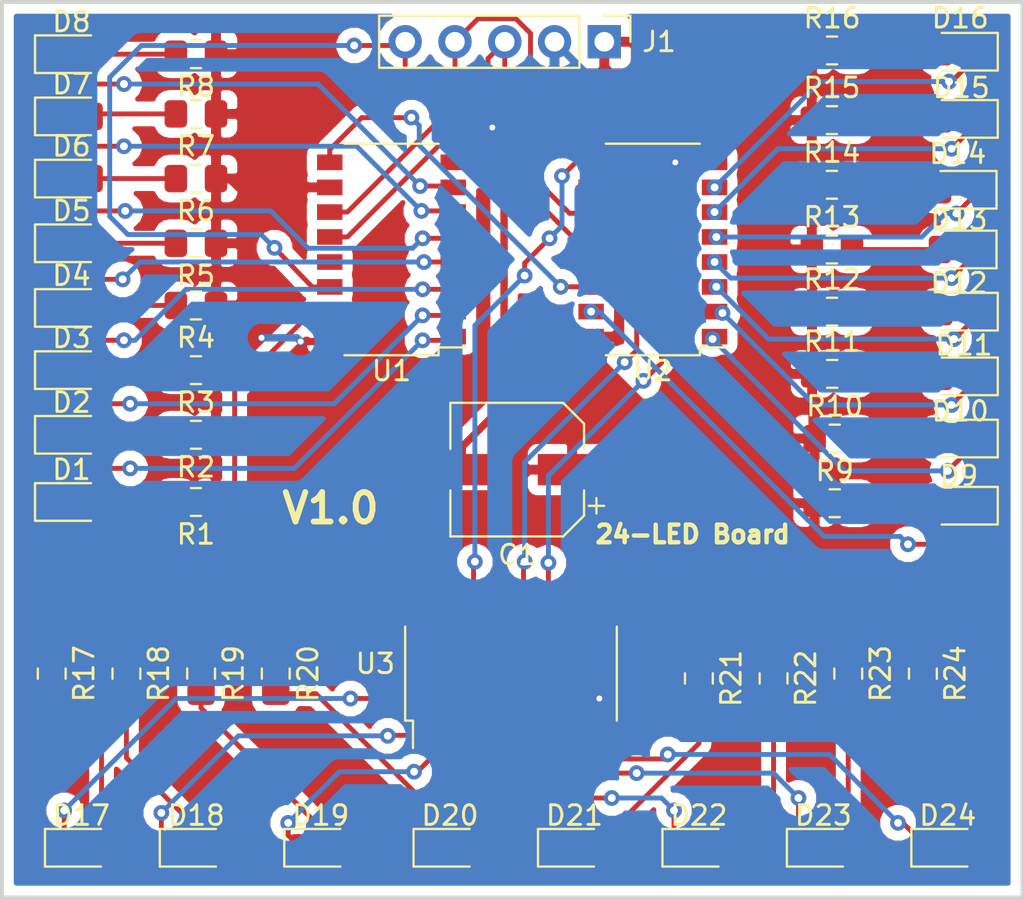
<source format=kicad_pcb>
(kicad_pcb (version 20171130) (host pcbnew "(5.0.1-3-g963ef8bb5)")
  (title_block (date 2018-11-28) (rev 1.0) (comment 1 "Sayanee Basu"))
  (layers (0 F.Cu signal) (31 B.Cu signal) (34 B.Paste user) (35 F.Paste user) (36 B.SilkS user) (37 F.SilkS user) (38 B.Mask user) (39 F.Mask user) (44 Edge.Cuts user))
  (net 0 "")
  (net 1 VCC)
  (net 2 GND)
  (net 3 "Net-(D1-Pad2)")
  (net 4 /led_1_1)
  (net 5 /led_1_2)
  (net 6 "Net-(D2-Pad2)")
  (net 7 "Net-(D3-Pad2)")
  (net 8 /led_1_3)
  (net 9 /led_1_4)
  (net 10 "Net-(D4-Pad2)")
  (net 11 "Net-(D5-Pad2)")
  (net 12 /led_1_5)
  (net 13 /led_1_6)
  (net 14 "Net-(D6-Pad2)")
  (net 15 "Net-(D7-Pad2)")
  (net 16 /led_1_7)
  (net 17 /led_1_8)
  (net 18 "Net-(D8-Pad2)")
  (net 19 /led_2_1)
  (net 20 "Net-(D9-Pad2)")
  (net 21 "Net-(D10-Pad2)")
  (net 22 /led_2_2)
  (net 23 /led_2_3)
  (net 24 "Net-(D11-Pad2)")
  (net 25 "Net-(D12-Pad2)")
  (net 26 /led_2_4)
  (net 27 /led_2_5)
  (net 28 "Net-(D13-Pad2)")
  (net 29 "Net-(D14-Pad2)")
  (net 30 /led_2_6)
  (net 31 /led_2_7)
  (net 32 "Net-(D15-Pad2)")
  (net 33 "Net-(D16-Pad2)")
  (net 34 /led_2_8)
  (net 35 /LATCH)
  (net 36 /CLOCK)
  (net 37 /DATA)
  (net 38 "Net-(U1-Pad13)")
  (net 39 /DATA_S)
  (net 40 "Net-(U2-Pad13)")
  (net 41 "/KED Bank 3/led_3_1")
  (net 42 "Net-(D17-Pad2)")
  (net 43 "Net-(D18-Pad2)")
  (net 44 "/KED Bank 3/led_3_2")
  (net 45 "/KED Bank 3/led_3_3")
  (net 46 "Net-(D19-Pad2)")
  (net 47 "Net-(D20-Pad2)")
  (net 48 "/KED Bank 3/led_3_4")
  (net 49 "/KED Bank 3/led_3_5")
  (net 50 "Net-(D21-Pad2)")
  (net 51 "Net-(D22-Pad2)")
  (net 52 "/KED Bank 3/led_3_6")
  (net 53 "/KED Bank 3/led_3_7")
  (net 54 "Net-(D23-Pad2)")
  (net 55 "Net-(D24-Pad2)")
  (net 56 "/KED Bank 3/led_3_8")
  (net 57 "/KED Bank 3/DATA_H")
  (net 58 "Net-(U3-Pad9)")
  (net 59 "Net-(U3-Pad13)")
  (module Capacitor_SMD:CP_Elec_6.3x5.3 (layer F.Cu) (at 89.789 106.426 180)
    (fp_text reference C1 (at 0 -4.35 180) (layer F.SilkS))
    (fp_text value 200uF)
    (pad 1 smd rect (at -2.8 0 180) (size 3.5 1.6) (layers F.Cu F.Paste F.Mask) (net 1 VCC))
    (pad 2 smd rect (at 2.8 0 180) (size 3.5 1.6) (layers F.Cu F.Paste F.Mask) (net 2 GND))
  )
  (module LED_SMD:LED_0805_2012Metric_Pad1.15x1.40mm_HandSolder (layer F.Cu) (at 67.047 108.077)
    (fp_text reference D1 (at 0 -1.65) (layer F.SilkS))
    (fp_text value LED)
    (pad 2 smd roundrect (at 1.025 0) (size 1.15 1.4) (layers F.Cu F.Paste F.Mask) (roundrect_rratio 0.217391) (net 3 "Net-(D1-Pad2)"))
    (pad 1 smd roundrect (at -1.025 0) (size 1.15 1.4) (layers F.Cu F.Paste F.Mask) (roundrect_rratio 0.217391) (net 4 /led_1_1))
  )
  (module LED_SMD:LED_0805_2012Metric_Pad1.15x1.40mm_HandSolder (layer F.Cu) (at 67.047 104.648)
    (fp_text reference D2 (at 0 -1.65) (layer F.SilkS))
    (fp_text value LED)
    (pad 1 smd roundrect (at -1.025 0) (size 1.15 1.4) (layers F.Cu F.Paste F.Mask) (roundrect_rratio 0.217391) (net 5 /led_1_2))
    (pad 2 smd roundrect (at 1.025 0) (size 1.15 1.4) (layers F.Cu F.Paste F.Mask) (roundrect_rratio 0.217391) (net 6 "Net-(D2-Pad2)"))
  )
  (module LED_SMD:LED_0805_2012Metric_Pad1.15x1.40mm_HandSolder (layer F.Cu) (at 67.047 101.346)
    (fp_text reference D3 (at 0 -1.65) (layer F.SilkS))
    (fp_text value LED)
    (pad 2 smd roundrect (at 1.025 0) (size 1.15 1.4) (layers F.Cu F.Paste F.Mask) (roundrect_rratio 0.217391) (net 7 "Net-(D3-Pad2)"))
    (pad 1 smd roundrect (at -1.025 0) (size 1.15 1.4) (layers F.Cu F.Paste F.Mask) (roundrect_rratio 0.217391) (net 8 /led_1_3))
  )
  (module LED_SMD:LED_0805_2012Metric_Pad1.15x1.40mm_HandSolder (layer F.Cu) (at 67.047 98.171)
    (fp_text reference D4 (at 0 -1.65) (layer F.SilkS))
    (fp_text value LED)
    (pad 1 smd roundrect (at -1.025 0) (size 1.15 1.4) (layers F.Cu F.Paste F.Mask) (roundrect_rratio 0.217391) (net 9 /led_1_4))
    (pad 2 smd roundrect (at 1.025 0) (size 1.15 1.4) (layers F.Cu F.Paste F.Mask) (roundrect_rratio 0.217391) (net 10 "Net-(D4-Pad2)"))
  )
  (module LED_SMD:LED_0805_2012Metric_Pad1.15x1.40mm_HandSolder (layer F.Cu) (at 67.047 94.869)
    (fp_text reference D5 (at 0 -1.65) (layer F.SilkS))
    (fp_text value LED)
    (pad 2 smd roundrect (at 1.025 0) (size 1.15 1.4) (layers F.Cu F.Paste F.Mask) (roundrect_rratio 0.217391) (net 11 "Net-(D5-Pad2)"))
    (pad 1 smd roundrect (at -1.025 0) (size 1.15 1.4) (layers F.Cu F.Paste F.Mask) (roundrect_rratio 0.217391) (net 12 /led_1_5))
  )
  (module LED_SMD:LED_0805_2012Metric_Pad1.15x1.40mm_HandSolder (layer F.Cu) (at 67.047 91.567)
    (fp_text reference D6 (at 0 -1.65) (layer F.SilkS))
    (fp_text value LED)
    (pad 1 smd roundrect (at -1.025 0) (size 1.15 1.4) (layers F.Cu F.Paste F.Mask) (roundrect_rratio 0.217391) (net 13 /led_1_6))
    (pad 2 smd roundrect (at 1.025 0) (size 1.15 1.4) (layers F.Cu F.Paste F.Mask) (roundrect_rratio 0.217391) (net 14 "Net-(D6-Pad2)"))
  )
  (module LED_SMD:LED_0805_2012Metric_Pad1.15x1.40mm_HandSolder (layer F.Cu) (at 67.047 88.392)
    (fp_text reference D7 (at 0 -1.65) (layer F.SilkS))
    (fp_text value LED)
    (pad 2 smd roundrect (at 1.025 0) (size 1.15 1.4) (layers F.Cu F.Paste F.Mask) (roundrect_rratio 0.217391) (net 15 "Net-(D7-Pad2)"))
    (pad 1 smd roundrect (at -1.025 0) (size 1.15 1.4) (layers F.Cu F.Paste F.Mask) (roundrect_rratio 0.217391) (net 16 /led_1_7))
  )
  (module LED_SMD:LED_0805_2012Metric_Pad1.15x1.40mm_HandSolder (layer F.Cu) (at 67.047 85.217)
    (fp_text reference D8 (at 0 -1.65) (layer F.SilkS))
    (fp_text value LED)
    (pad 1 smd roundrect (at -1.025 0) (size 1.15 1.4) (layers F.Cu F.Paste F.Mask) (roundrect_rratio 0.217391) (net 17 /led_1_8))
    (pad 2 smd roundrect (at 1.025 0) (size 1.15 1.4) (layers F.Cu F.Paste F.Mask) (roundrect_rratio 0.217391) (net 18 "Net-(D8-Pad2)"))
  )
  (module LED_SMD:LED_0805_2012Metric_Pad1.15x1.40mm_HandSolder (layer F.Cu) (at 112.4495 108.2675 180)
    (fp_text reference D9 (at 0.118 1.524 180) (layer F.SilkS))
    (fp_text value LED hide)
    (pad 1 smd roundrect (at -1.025 0 180) (size 1.15 1.4) (layers F.Cu F.Paste F.Mask) (roundrect_rratio 0.217391) (net 19 /led_2_1))
    (pad 2 smd roundrect (at 1.025 0 180) (size 1.15 1.4) (layers F.Cu F.Paste F.Mask) (roundrect_rratio 0.217391) (net 20 "Net-(D9-Pad2)"))
  )
  (module LED_SMD:LED_0805_2012Metric_Pad1.15x1.40mm_HandSolder (layer F.Cu) (at 112.4495 104.8385 180)
    (fp_text reference D10 (at 0.0545 1.397 180) (layer F.SilkS))
    (fp_text value LED hide)
    (pad 2 smd roundrect (at 1.025 0 180) (size 1.15 1.4) (layers F.Cu F.Paste F.Mask) (roundrect_rratio 0.217391) (net 21 "Net-(D10-Pad2)"))
    (pad 1 smd roundrect (at -1.025 0 180) (size 1.15 1.4) (layers F.Cu F.Paste F.Mask) (roundrect_rratio 0.217391) (net 22 /led_2_2))
  )
  (module LED_SMD:LED_0805_2012Metric_Pad1.15x1.40mm_HandSolder (layer F.Cu) (at 112.4495 101.6635 180)
    (fp_text reference D11 (at -0.136 1.5875 180) (layer F.SilkS))
    (fp_text value LED hide)
    (pad 1 smd roundrect (at -1.025 0 180) (size 1.15 1.4) (layers F.Cu F.Paste F.Mask) (roundrect_rratio 0.217391) (net 23 /led_2_3))
    (pad 2 smd roundrect (at 1.025 0 180) (size 1.15 1.4) (layers F.Cu F.Paste F.Mask) (roundrect_rratio 0.217391) (net 24 "Net-(D11-Pad2)"))
  )
  (module LED_SMD:LED_0805_2012Metric_Pad1.15x1.40mm_HandSolder (layer F.Cu) (at 112.4495 98.3615 180)
    (fp_text reference D12 (at 0.118 1.4605 180) (layer F.SilkS))
    (fp_text value LED)
    (pad 2 smd roundrect (at 1.025 0 180) (size 1.15 1.4) (layers F.Cu F.Paste F.Mask) (roundrect_rratio 0.217391) (net 25 "Net-(D12-Pad2)"))
    (pad 1 smd roundrect (at -1.025 0 180) (size 1.15 1.4) (layers F.Cu F.Paste F.Mask) (roundrect_rratio 0.217391) (net 26 /led_2_4))
  )
  (module LED_SMD:LED_0805_2012Metric_Pad1.15x1.40mm_HandSolder (layer F.Cu) (at 112.386 95.1865 180)
    (fp_text reference D13 (at 0.0545 1.524 180) (layer F.SilkS))
    (fp_text value LED)
    (pad 1 smd roundrect (at -1.025 0 180) (size 1.15 1.4) (layers F.Cu F.Paste F.Mask) (roundrect_rratio 0.217391) (net 27 /led_2_5))
    (pad 2 smd roundrect (at 1.025 0 180) (size 1.15 1.4) (layers F.Cu F.Paste F.Mask) (roundrect_rratio 0.217391) (net 28 "Net-(D13-Pad2)"))
  )
  (module LED_SMD:LED_0805_2012Metric_Pad1.15x1.40mm_HandSolder (layer F.Cu) (at 112.386 92.1385 180)
    (fp_text reference D14 (at 0.118 1.8415 180) (layer F.SilkS))
    (fp_text value LED)
    (pad 2 smd roundrect (at 1.025 0 180) (size 1.15 1.4) (layers F.Cu F.Paste F.Mask) (roundrect_rratio 0.217391) (net 29 "Net-(D14-Pad2)"))
    (pad 1 smd roundrect (at -1.025 0 180) (size 1.15 1.4) (layers F.Cu F.Paste F.Mask) (roundrect_rratio 0.217391) (net 30 /led_2_6))
  )
  (module LED_SMD:LED_0805_2012Metric_Pad1.15x1.40mm_HandSolder (layer F.Cu) (at 112.4495 88.519 180)
    (fp_text reference D15 (at 0 1.5875 180) (layer F.SilkS))
    (fp_text value LED)
    (pad 1 smd roundrect (at -1.025 0 180) (size 1.15 1.4) (layers F.Cu F.Paste F.Mask) (roundrect_rratio 0.217391) (net 31 /led_2_7))
    (pad 2 smd roundrect (at 1.025 0 180) (size 1.15 1.4) (layers F.Cu F.Paste F.Mask) (roundrect_rratio 0.217391) (net 32 "Net-(D15-Pad2)"))
  )
  (module LED_SMD:LED_0805_2012Metric_Pad1.15x1.40mm_HandSolder (layer F.Cu) (at 112.4495 85.09 180)
    (fp_text reference D16 (at 0.0545 1.7145 180) (layer F.SilkS))
    (fp_text value LED)
    (pad 2 smd roundrect (at 1.025 0 180) (size 1.15 1.4) (layers F.Cu F.Paste F.Mask) (roundrect_rratio 0.217391) (net 33 "Net-(D16-Pad2)"))
    (pad 1 smd roundrect (at -1.025 0 180) (size 1.15 1.4) (layers F.Cu F.Paste F.Mask) (roundrect_rratio 0.217391) (net 34 /led_2_8))
  )
  (module Connector_PinHeader_2.54mm:PinHeader_1x05_P2.54mm_Vertical (layer F.Cu) (at 94.234 84.582 270)
    (fp_text reference J1 (at 0 -2.794) (layer F.SilkS))
    (fp_text value Conn_01x05)
    (pad 1 thru_hole rect (at 0 0 270) (size 1.7 1.7) (drill 1) (layers *.Cu *.Mask) (net 1 VCC))
    (pad 2 thru_hole oval (at 0 2.54 270) (size 1.7 1.7) (drill 1) (layers *.Cu *.Mask) (net 2 GND))
    (pad 3 thru_hole oval (at 0 5.08 270) (size 1.7 1.7) (drill 1) (layers *.Cu *.Mask) (net 35 /LATCH))
    (pad 4 thru_hole oval (at 0 7.62 270) (size 1.7 1.7) (drill 1) (layers *.Cu *.Mask) (net 36 /CLOCK))
    (pad 5 thru_hole oval (at 0 10.16 270) (size 1.7 1.7) (drill 1) (layers *.Cu *.Mask) (net 37 /DATA))
  )
  (module Resistor_SMD:R_0805_2012Metric_Pad1.15x1.40mm_HandSolder (layer F.Cu) (at 73.397 108.077 180)
    (fp_text reference R1 (at 0 -1.65 180) (layer F.SilkS))
    (fp_text value R hide)
    (pad 1 smd roundrect (at -1.025 0 180) (size 1.15 1.4) (layers F.Cu F.Paste F.Mask) (roundrect_rratio 0.217391) (net 1 VCC))
    (pad 2 smd roundrect (at 1.025 0 180) (size 1.15 1.4) (layers F.Cu F.Paste F.Mask) (roundrect_rratio 0.217391) (net 3 "Net-(D1-Pad2)"))
  )
  (module Resistor_SMD:R_0805_2012Metric_Pad1.15x1.40mm_HandSolder (layer F.Cu) (at 73.397 104.648 180)
    (fp_text reference R2 (at 0 -1.65 180) (layer F.SilkS))
    (fp_text value R)
    (pad 2 smd roundrect (at 1.025 0 180) (size 1.15 1.4) (layers F.Cu F.Paste F.Mask) (roundrect_rratio 0.217391) (net 6 "Net-(D2-Pad2)"))
    (pad 1 smd roundrect (at -1.025 0 180) (size 1.15 1.4) (layers F.Cu F.Paste F.Mask) (roundrect_rratio 0.217391) (net 1 VCC))
  )
  (module Resistor_SMD:R_0805_2012Metric_Pad1.15x1.40mm_HandSolder (layer F.Cu) (at 73.397 101.346 180)
    (fp_text reference R3 (at 0 -1.65 180) (layer F.SilkS))
    (fp_text value R)
    (pad 1 smd roundrect (at -1.025 0 180) (size 1.15 1.4) (layers F.Cu F.Paste F.Mask) (roundrect_rratio 0.217391) (net 1 VCC))
    (pad 2 smd roundrect (at 1.025 0 180) (size 1.15 1.4) (layers F.Cu F.Paste F.Mask) (roundrect_rratio 0.217391) (net 7 "Net-(D3-Pad2)"))
  )
  (module Resistor_SMD:R_0805_2012Metric_Pad1.15x1.40mm_HandSolder (layer F.Cu) (at 73.397 98.044 180)
    (fp_text reference R4 (at 0 -1.65 180) (layer F.SilkS))
    (fp_text value R)
    (pad 2 smd roundrect (at 1.025 0 180) (size 1.15 1.4) (layers F.Cu F.Paste F.Mask) (roundrect_rratio 0.217391) (net 10 "Net-(D4-Pad2)"))
    (pad 1 smd roundrect (at -1.025 0 180) (size 1.15 1.4) (layers F.Cu F.Paste F.Mask) (roundrect_rratio 0.217391) (net 1 VCC))
  )
  (module Resistor_SMD:R_0805_2012Metric_Pad1.15x1.40mm_HandSolder (layer F.Cu) (at 73.397 94.869 180)
    (fp_text reference R5 (at 0 -1.65 180) (layer F.SilkS))
    (fp_text value R)
    (pad 2 smd roundrect (at 1.025 0 180) (size 1.15 1.4) (layers F.Cu F.Paste F.Mask) (roundrect_rratio 0.217391) (net 11 "Net-(D5-Pad2)"))
    (pad 1 smd roundrect (at -1.025 0 180) (size 1.15 1.4) (layers F.Cu F.Paste F.Mask) (roundrect_rratio 0.217391) (net 1 VCC))
  )
  (module Resistor_SMD:R_0805_2012Metric_Pad1.15x1.40mm_HandSolder (layer F.Cu) (at 73.397 91.567 180)
    (fp_text reference R6 (at 0 -1.65 180) (layer F.SilkS))
    (fp_text value R)
    (pad 1 smd roundrect (at -1.025 0 180) (size 1.15 1.4) (layers F.Cu F.Paste F.Mask) (roundrect_rratio 0.217391) (net 1 VCC))
    (pad 2 smd roundrect (at 1.025 0 180) (size 1.15 1.4) (layers F.Cu F.Paste F.Mask) (roundrect_rratio 0.217391) (net 14 "Net-(D6-Pad2)"))
  )
  (module Resistor_SMD:R_0805_2012Metric_Pad1.15x1.40mm_HandSolder (layer F.Cu) (at 73.397 88.265 180)
    (fp_text reference R7 (at 0 -1.65 180) (layer F.SilkS))
    (fp_text value R)
    (pad 1 smd roundrect (at -1.025 0 180) (size 1.15 1.4) (layers F.Cu F.Paste F.Mask) (roundrect_rratio 0.217391) (net 1 VCC))
    (pad 2 smd roundrect (at 1.025 0 180) (size 1.15 1.4) (layers F.Cu F.Paste F.Mask) (roundrect_rratio 0.217391) (net 15 "Net-(D7-Pad2)"))
  )
  (module Resistor_SMD:R_0805_2012Metric_Pad1.15x1.40mm_HandSolder (layer F.Cu) (at 73.397 85.217 180)
    (fp_text reference R8 (at 0 -1.65 180) (layer F.SilkS))
    (fp_text value R)
    (pad 1 smd roundrect (at -1.025 0 180) (size 1.15 1.4) (layers F.Cu F.Paste F.Mask) (roundrect_rratio 0.217391) (net 1 VCC))
    (pad 2 smd roundrect (at 1.025 0 180) (size 1.15 1.4) (layers F.Cu F.Paste F.Mask) (roundrect_rratio 0.217391) (net 18 "Net-(D8-Pad2)"))
  )
  (module Resistor_SMD:R_0805_2012Metric_Pad1.15x1.40mm_HandSolder (layer F.Cu) (at 105.9905 108.1405)
    (fp_text reference R9 (at 0 -1.65) (layer F.SilkS))
    (fp_text value R)
    (pad 2 smd roundrect (at 1.025 0) (size 1.15 1.4) (layers F.Cu F.Paste F.Mask) (roundrect_rratio 0.217391) (net 20 "Net-(D9-Pad2)"))
    (pad 1 smd roundrect (at -1.025 0) (size 1.15 1.4) (layers F.Cu F.Paste F.Mask) (roundrect_rratio 0.217391) (net 1 VCC))
  )
  (module Resistor_SMD:R_0805_2012Metric_Pad1.15x1.40mm_HandSolder (layer F.Cu) (at 105.9905 104.8385)
    (fp_text reference R10 (at 0 -1.65) (layer F.SilkS))
    (fp_text value R)
    (pad 1 smd roundrect (at -1.025 0) (size 1.15 1.4) (layers F.Cu F.Paste F.Mask) (roundrect_rratio 0.217391) (net 1 VCC))
    (pad 2 smd roundrect (at 1.025 0) (size 1.15 1.4) (layers F.Cu F.Paste F.Mask) (roundrect_rratio 0.217391) (net 21 "Net-(D10-Pad2)"))
  )
  (module Resistor_SMD:R_0805_2012Metric_Pad1.15x1.40mm_HandSolder (layer F.Cu) (at 105.8635 101.5365)
    (fp_text reference R11 (at 0 -1.65) (layer F.SilkS))
    (fp_text value R)
    (pad 2 smd roundrect (at 1.025 0) (size 1.15 1.4) (layers F.Cu F.Paste F.Mask) (roundrect_rratio 0.217391) (net 24 "Net-(D11-Pad2)"))
    (pad 1 smd roundrect (at -1.025 0) (size 1.15 1.4) (layers F.Cu F.Paste F.Mask) (roundrect_rratio 0.217391) (net 1 VCC))
  )
  (module Resistor_SMD:R_0805_2012Metric_Pad1.15x1.40mm_HandSolder (layer F.Cu) (at 105.8545 98.3615)
    (fp_text reference R12 (at 0 -1.65) (layer F.SilkS))
    (fp_text value R)
    (pad 1 smd roundrect (at -1.025 0) (size 1.15 1.4) (layers F.Cu F.Paste F.Mask) (roundrect_rratio 0.217391) (net 1 VCC))
    (pad 2 smd roundrect (at 1.025 0) (size 1.15 1.4) (layers F.Cu F.Paste F.Mask) (roundrect_rratio 0.217391) (net 25 "Net-(D12-Pad2)"))
  )
  (module Resistor_SMD:R_0805_2012Metric_Pad1.15x1.40mm_HandSolder (layer F.Cu) (at 105.8455 95.1865)
    (fp_text reference R13 (at 0 -1.65) (layer F.SilkS))
    (fp_text value R)
    (pad 2 smd roundrect (at 1.025 0) (size 1.15 1.4) (layers F.Cu F.Paste F.Mask) (roundrect_rratio 0.217391) (net 28 "Net-(D13-Pad2)"))
    (pad 1 smd roundrect (at -1.025 0) (size 1.15 1.4) (layers F.Cu F.Paste F.Mask) (roundrect_rratio 0.217391) (net 1 VCC))
  )
  (module Resistor_SMD:R_0805_2012Metric_Pad1.15x1.40mm_HandSolder (layer F.Cu) (at 105.8455 91.8845)
    (fp_text reference R14 (at 0 -1.65) (layer F.SilkS))
    (fp_text value R)
    (pad 1 smd roundrect (at -1.025 0) (size 1.15 1.4) (layers F.Cu F.Paste F.Mask) (roundrect_rratio 0.217391) (net 1 VCC))
    (pad 2 smd roundrect (at 1.025 0) (size 1.15 1.4) (layers F.Cu F.Paste F.Mask) (roundrect_rratio 0.217391) (net 29 "Net-(D14-Pad2)"))
  )
  (module Resistor_SMD:R_0805_2012Metric_Pad1.15x1.40mm_HandSolder (layer F.Cu) (at 105.8455 88.5825)
    (fp_text reference R15 (at 0 -1.65) (layer F.SilkS))
    (fp_text value R)
    (pad 2 smd roundrect (at 1.025 0) (size 1.15 1.4) (layers F.Cu F.Paste F.Mask) (roundrect_rratio 0.217391) (net 32 "Net-(D15-Pad2)"))
    (pad 1 smd roundrect (at -1.025 0) (size 1.15 1.4) (layers F.Cu F.Paste F.Mask) (roundrect_rratio 0.217391) (net 1 VCC))
  )
  (module Resistor_SMD:R_0805_2012Metric_Pad1.15x1.40mm_HandSolder (layer F.Cu) (at 105.8545 85.0265)
    (fp_text reference R16 (at 0 -1.65) (layer F.SilkS))
    (fp_text value R)
    (pad 2 smd roundrect (at 1.025 0) (size 1.15 1.4) (layers F.Cu F.Paste F.Mask) (roundrect_rratio 0.217391) (net 33 "Net-(D16-Pad2)"))
    (pad 1 smd roundrect (at -1.025 0) (size 1.15 1.4) (layers F.Cu F.Paste F.Mask) (roundrect_rratio 0.217391) (net 1 VCC))
  )
  (module Package_SO:SOP-16_4.4x10.4mm_P1.27mm (layer F.Cu) (at 83.3755 95.1865 180)
    (fp_text reference U1 (at 0 -6.2 180) (layer F.SilkS))
    (fp_text value 74HC595)
    (pad 16 smd rect (at 3.15 -4.45 180) (size 1.3 0.8) (layers F.Cu F.Paste F.Mask) (net 1 VCC))
    (pad 15 smd rect (at 3.15 -3.17 180) (size 1.3 0.8) (layers F.Cu F.Paste F.Mask) (net 4 /led_1_1))
    (pad 14 smd rect (at 3.15 -1.91 180) (size 1.3 0.8) (layers F.Cu F.Paste F.Mask) (net 37 /DATA))
    (pad 13 smd rect (at 3.15 -0.64 180) (size 1.3 0.8) (layers F.Cu F.Paste F.Mask) (net 38 "Net-(U1-Pad13)"))
    (pad 12 smd rect (at 3.15 0.64 180) (size 1.3 0.8) (layers F.Cu F.Paste F.Mask) (net 35 /LATCH))
    (pad 11 smd rect (at 3.15 1.91 180) (size 1.3 0.8) (layers F.Cu F.Paste F.Mask) (net 36 /CLOCK))
    (pad 10 smd rect (at 3.15 3.17 180) (size 1.3 0.8) (layers F.Cu F.Paste F.Mask) (net 1 VCC))
    (pad 9 smd rect (at 3.15 4.45 180) (size 1.3 0.8) (layers F.Cu F.Paste F.Mask) (net 39 /DATA_S))
    (pad 8 smd rect (at -3.15 4.45 180) (size 1.3 0.8) (layers F.Cu F.Paste F.Mask) (net 2 GND))
    (pad 7 smd rect (at -3.15 3.17 180) (size 1.3 0.8) (layers F.Cu F.Paste F.Mask) (net 17 /led_1_8))
    (pad 6 smd rect (at -3.15 1.91 180) (size 1.3 0.8) (layers F.Cu F.Paste F.Mask) (net 16 /led_1_7))
    (pad 5 smd rect (at -3.15 0.64 180) (size 1.3 0.8) (layers F.Cu F.Paste F.Mask) (net 13 /led_1_6))
    (pad 4 smd rect (at -3.15 -0.64 180) (size 1.3 0.8) (layers F.Cu F.Paste F.Mask) (net 12 /led_1_5))
    (pad 3 smd rect (at -3.15 -1.91 180) (size 1.3 0.8) (layers F.Cu F.Paste F.Mask) (net 9 /led_1_4))
    (pad 2 smd rect (at -3.15 -3.17 180) (size 1.3 0.8) (layers F.Cu F.Paste F.Mask) (net 8 /led_1_3))
    (pad 1 smd rect (at -3.15 -4.45 180) (size 1.3 0.8) (layers F.Cu F.Paste F.Mask) (net 5 /led_1_2))
  )
  (module Package_SO:SOP-16_4.4x10.4mm_P1.27mm (layer F.Cu) (at 96.7105 95.1865 180)
    (fp_text reference U2 (at 0 -6.2 180) (layer F.SilkS))
    (fp_text value 74HC595)
    (pad 1 smd rect (at -3.15 -4.45 180) (size 1.3 0.8) (layers F.Cu F.Paste F.Mask) (net 22 /led_2_2))
    (pad 2 smd rect (at -3.15 -3.17 180) (size 1.3 0.8) (layers F.Cu F.Paste F.Mask) (net 23 /led_2_3))
    (pad 3 smd rect (at -3.15 -1.91 180) (size 1.3 0.8) (layers F.Cu F.Paste F.Mask) (net 26 /led_2_4))
    (pad 4 smd rect (at -3.15 -0.64 180) (size 1.3 0.8) (layers F.Cu F.Paste F.Mask) (net 27 /led_2_5))
    (pad 5 smd rect (at -3.15 0.64 180) (size 1.3 0.8) (layers F.Cu F.Paste F.Mask) (net 30 /led_2_6))
    (pad 6 smd rect (at -3.15 1.91 180) (size 1.3 0.8) (layers F.Cu F.Paste F.Mask) (net 31 /led_2_7))
    (pad 7 smd rect (at -3.15 3.17 180) (size 1.3 0.8) (layers F.Cu F.Paste F.Mask) (net 34 /led_2_8))
    (pad 8 smd rect (at -3.15 4.45 180) (size 1.3 0.8) (layers F.Cu F.Paste F.Mask) (net 2 GND))
    (pad 9 smd rect (at 3.15 4.45 180) (size 1.3 0.8) (layers F.Cu F.Paste F.Mask) (net 57 "/KED Bank 3/DATA_H"))
    (pad 10 smd rect (at 3.15 3.17 180) (size 1.3 0.8) (layers F.Cu F.Paste F.Mask) (net 1 VCC))
    (pad 11 smd rect (at 3.15 1.91 180) (size 1.3 0.8) (layers F.Cu F.Paste F.Mask) (net 36 /CLOCK))
    (pad 12 smd rect (at 3.15 0.64 180) (size 1.3 0.8) (layers F.Cu F.Paste F.Mask) (net 35 /LATCH))
    (pad 13 smd rect (at 3.15 -0.64 180) (size 1.3 0.8) (layers F.Cu F.Paste F.Mask) (net 40 "Net-(U2-Pad13)"))
    (pad 14 smd rect (at 3.15 -1.91 180) (size 1.3 0.8) (layers F.Cu F.Paste F.Mask) (net 39 /DATA_S))
    (pad 15 smd rect (at 3.15 -3.17 180) (size 1.3 0.8) (layers F.Cu F.Paste F.Mask) (net 19 /led_2_1))
    (pad 16 smd rect (at 3.15 -4.45 180) (size 1.3 0.8) (layers F.Cu F.Paste F.Mask) (net 1 VCC))
  )
  (module LED_SMD:LED_0805_2012Metric_Pad1.15x1.40mm_HandSolder (layer F.Cu) (at 67.555 125.73)
    (fp_text reference D17 (at 0 -1.65) (layer F.SilkS))
    (fp_text value LED)
    (pad 1 smd roundrect (at -1.025 0) (size 1.15 1.4) (layers F.Cu F.Paste F.Mask) (roundrect_rratio 0.217391) (net 41 "/KED Bank 3/led_3_1"))
    (pad 2 smd roundrect (at 1.025 0) (size 1.15 1.4) (layers F.Cu F.Paste F.Mask) (roundrect_rratio 0.217391) (net 42 "Net-(D17-Pad2)"))
  )
  (module LED_SMD:LED_0805_2012Metric_Pad1.15x1.40mm_HandSolder (layer F.Cu) (at 73.415 125.73)
    (fp_text reference D18 (at 0 -1.65) (layer F.SilkS))
    (fp_text value LED)
    (pad 2 smd roundrect (at 1.025 0) (size 1.15 1.4) (layers F.Cu F.Paste F.Mask) (roundrect_rratio 0.217391) (net 43 "Net-(D18-Pad2)"))
    (pad 1 smd roundrect (at -1.025 0) (size 1.15 1.4) (layers F.Cu F.Paste F.Mask) (roundrect_rratio 0.217391) (net 44 "/KED Bank 3/led_3_2"))
  )
  (module LED_SMD:LED_0805_2012Metric_Pad1.15x1.40mm_HandSolder (layer F.Cu) (at 79.765 125.73)
    (fp_text reference D19 (at 0 -1.65) (layer F.SilkS))
    (fp_text value LED)
    (pad 1 smd roundrect (at -1.025 0) (size 1.15 1.4) (layers F.Cu F.Paste F.Mask) (roundrect_rratio 0.217391) (net 45 "/KED Bank 3/led_3_3"))
    (pad 2 smd roundrect (at 1.025 0) (size 1.15 1.4) (layers F.Cu F.Paste F.Mask) (roundrect_rratio 0.217391) (net 46 "Net-(D19-Pad2)"))
  )
  (module LED_SMD:LED_0805_2012Metric_Pad1.15x1.40mm_HandSolder (layer F.Cu) (at 86.36 125.73)
    (fp_text reference D20 (at 0 -1.65) (layer F.SilkS))
    (fp_text value LED)
    (pad 2 smd roundrect (at 1.025 0) (size 1.15 1.4) (layers F.Cu F.Paste F.Mask) (roundrect_rratio 0.217391) (net 47 "Net-(D20-Pad2)"))
    (pad 1 smd roundrect (at -1.025 0) (size 1.15 1.4) (layers F.Cu F.Paste F.Mask) (roundrect_rratio 0.217391) (net 48 "/KED Bank 3/led_3_4"))
  )
  (module LED_SMD:LED_0805_2012Metric_Pad1.15x1.40mm_HandSolder (layer F.Cu) (at 92.71 125.73)
    (fp_text reference D21 (at 0 -1.65) (layer F.SilkS))
    (fp_text value LED)
    (pad 1 smd roundrect (at -1.025 0) (size 1.15 1.4) (layers F.Cu F.Paste F.Mask) (roundrect_rratio 0.217391) (net 49 "/KED Bank 3/led_3_5"))
    (pad 2 smd roundrect (at 1.025 0) (size 1.15 1.4) (layers F.Cu F.Paste F.Mask) (roundrect_rratio 0.217391) (net 50 "Net-(D21-Pad2)"))
  )
  (module LED_SMD:LED_0805_2012Metric_Pad1.15x1.40mm_HandSolder (layer F.Cu) (at 99.06 125.73)
    (fp_text reference D22 (at 0 -1.65) (layer F.SilkS))
    (fp_text value LED)
    (pad 2 smd roundrect (at 1.025 0) (size 1.15 1.4) (layers F.Cu F.Paste F.Mask) (roundrect_rratio 0.217391) (net 51 "Net-(D22-Pad2)"))
    (pad 1 smd roundrect (at -1.025 0) (size 1.15 1.4) (layers F.Cu F.Paste F.Mask) (roundrect_rratio 0.217391) (net 52 "/KED Bank 3/led_3_6"))
  )
  (module LED_SMD:LED_0805_2012Metric_Pad1.15x1.40mm_HandSolder (layer F.Cu) (at 105.41 125.73)
    (fp_text reference D23 (at 0 -1.65) (layer F.SilkS))
    (fp_text value LED)
    (pad 1 smd roundrect (at -1.025 0) (size 1.15 1.4) (layers F.Cu F.Paste F.Mask) (roundrect_rratio 0.217391) (net 53 "/KED Bank 3/led_3_7"))
    (pad 2 smd roundrect (at 1.025 0) (size 1.15 1.4) (layers F.Cu F.Paste F.Mask) (roundrect_rratio 0.217391) (net 54 "Net-(D23-Pad2)"))
  )
  (module LED_SMD:LED_0805_2012Metric_Pad1.15x1.40mm_HandSolder (layer F.Cu) (at 111.76 125.73)
    (fp_text reference D24 (at 0 -1.65) (layer F.SilkS))
    (fp_text value LED)
    (pad 2 smd roundrect (at 1.025 0) (size 1.15 1.4) (layers F.Cu F.Paste F.Mask) (roundrect_rratio 0.217391) (net 55 "Net-(D24-Pad2)"))
    (pad 1 smd roundrect (at -1.025 0) (size 1.15 1.4) (layers F.Cu F.Paste F.Mask) (roundrect_rratio 0.217391) (net 56 "/KED Bank 3/led_3_8"))
  )
  (module Resistor_SMD:R_0805_2012Metric_Pad1.15x1.40mm_HandSolder (layer F.Cu) (at 66.04 116.84 270)
    (fp_text reference R17 (at 0 -1.65 270) (layer F.SilkS))
    (fp_text value R)
    (pad 2 smd roundrect (at 1.025 0 270) (size 1.15 1.4) (layers F.Cu F.Paste F.Mask) (roundrect_rratio 0.217391) (net 42 "Net-(D17-Pad2)"))
    (pad 1 smd roundrect (at -1.025 0 270) (size 1.15 1.4) (layers F.Cu F.Paste F.Mask) (roundrect_rratio 0.217391) (net 1 VCC))
  )
  (module Resistor_SMD:R_0805_2012Metric_Pad1.15x1.40mm_HandSolder (layer F.Cu) (at 69.85 116.84 270)
    (fp_text reference R18 (at 0 -1.65 270) (layer F.SilkS))
    (fp_text value R)
    (pad 1 smd roundrect (at -1.025 0 270) (size 1.15 1.4) (layers F.Cu F.Paste F.Mask) (roundrect_rratio 0.217391) (net 1 VCC))
    (pad 2 smd roundrect (at 1.025 0 270) (size 1.15 1.4) (layers F.Cu F.Paste F.Mask) (roundrect_rratio 0.217391) (net 43 "Net-(D18-Pad2)"))
  )
  (module Resistor_SMD:R_0805_2012Metric_Pad1.15x1.40mm_HandSolder (layer F.Cu) (at 73.66 116.84 270)
    (fp_text reference R19 (at 0 -1.65 270) (layer F.SilkS))
    (fp_text value R)
    (pad 2 smd roundrect (at 1.025 0 270) (size 1.15 1.4) (layers F.Cu F.Paste F.Mask) (roundrect_rratio 0.217391) (net 46 "Net-(D19-Pad2)"))
    (pad 1 smd roundrect (at -1.025 0 270) (size 1.15 1.4) (layers F.Cu F.Paste F.Mask) (roundrect_rratio 0.217391) (net 1 VCC))
  )
  (module Resistor_SMD:R_0805_2012Metric_Pad1.15x1.40mm_HandSolder (layer F.Cu) (at 77.47 116.84 270)
    (fp_text reference R20 (at 0 -1.65 270) (layer F.SilkS))
    (fp_text value R)
    (pad 1 smd roundrect (at -1.025 0 270) (size 1.15 1.4) (layers F.Cu F.Paste F.Mask) (roundrect_rratio 0.217391) (net 1 VCC))
    (pad 2 smd roundrect (at 1.025 0 270) (size 1.15 1.4) (layers F.Cu F.Paste F.Mask) (roundrect_rratio 0.217391) (net 47 "Net-(D20-Pad2)"))
  )
  (module Resistor_SMD:R_0805_2012Metric_Pad1.15x1.40mm_HandSolder (layer F.Cu) (at 99.06 117.085 270)
    (fp_text reference R21 (at 0 -1.65 270) (layer F.SilkS))
    (fp_text value R)
    (pad 2 smd roundrect (at 1.025 0 270) (size 1.15 1.4) (layers F.Cu F.Paste F.Mask) (roundrect_rratio 0.217391) (net 50 "Net-(D21-Pad2)"))
    (pad 1 smd roundrect (at -1.025 0 270) (size 1.15 1.4) (layers F.Cu F.Paste F.Mask) (roundrect_rratio 0.217391) (net 1 VCC))
  )
  (module Resistor_SMD:R_0805_2012Metric_Pad1.15x1.40mm_HandSolder (layer F.Cu) (at 102.87 117.085 270)
    (fp_text reference R22 (at 0 -1.65 270) (layer F.SilkS))
    (fp_text value R)
    (pad 1 smd roundrect (at -1.025 0 270) (size 1.15 1.4) (layers F.Cu F.Paste F.Mask) (roundrect_rratio 0.217391) (net 1 VCC))
    (pad 2 smd roundrect (at 1.025 0 270) (size 1.15 1.4) (layers F.Cu F.Paste F.Mask) (roundrect_rratio 0.217391) (net 51 "Net-(D22-Pad2)"))
  )
  (module Resistor_SMD:R_0805_2012Metric_Pad1.15x1.40mm_HandSolder (layer F.Cu) (at 106.68 116.84 270)
    (fp_text reference R23 (at 0 -1.65 270) (layer F.SilkS))
    (fp_text value R)
    (pad 2 smd roundrect (at 1.025 0 270) (size 1.15 1.4) (layers F.Cu F.Paste F.Mask) (roundrect_rratio 0.217391) (net 54 "Net-(D23-Pad2)"))
    (pad 1 smd roundrect (at -1.025 0 270) (size 1.15 1.4) (layers F.Cu F.Paste F.Mask) (roundrect_rratio 0.217391) (net 1 VCC))
  )
  (module Resistor_SMD:R_0805_2012Metric_Pad1.15x1.40mm_HandSolder (layer F.Cu) (at 110.49 116.84 270)
    (fp_text reference R24 (at 0 -1.65 270) (layer F.SilkS))
    (fp_text value R)
    (pad 1 smd roundrect (at -1.025 0 270) (size 1.15 1.4) (layers F.Cu F.Paste F.Mask) (roundrect_rratio 0.217391) (net 1 VCC))
    (pad 2 smd roundrect (at 1.025 0 270) (size 1.15 1.4) (layers F.Cu F.Paste F.Mask) (roundrect_rratio 0.217391) (net 55 "Net-(D24-Pad2)"))
  )
  (module Package_SO:SOP-16_4.4x10.4mm_P1.27mm (layer F.Cu) (at 89.4715 116.84 90)
    (fp_text reference U3 (at 0.508 -6.9215 180) (layer F.SilkS))
    (fp_text value 74HC595)
    (pad 1 smd rect (at -3.15 -4.45 90) (size 1.3 0.8) (layers F.Cu F.Paste F.Mask) (net 44 "/KED Bank 3/led_3_2"))
    (pad 2 smd rect (at -3.15 -3.17 90) (size 1.3 0.8) (layers F.Cu F.Paste F.Mask) (net 45 "/KED Bank 3/led_3_3"))
    (pad 3 smd rect (at -3.15 -1.91 90) (size 1.3 0.8) (layers F.Cu F.Paste F.Mask) (net 48 "/KED Bank 3/led_3_4"))
    (pad 4 smd rect (at -3.15 -0.64 90) (size 1.3 0.8) (layers F.Cu F.Paste F.Mask) (net 49 "/KED Bank 3/led_3_5"))
    (pad 5 smd rect (at -3.15 0.64 90) (size 1.3 0.8) (layers F.Cu F.Paste F.Mask) (net 52 "/KED Bank 3/led_3_6"))
    (pad 6 smd rect (at -3.15 1.91 90) (size 1.3 0.8) (layers F.Cu F.Paste F.Mask) (net 53 "/KED Bank 3/led_3_7"))
    (pad 7 smd rect (at -3.15 3.17 90) (size 1.3 0.8) (layers F.Cu F.Paste F.Mask) (net 56 "/KED Bank 3/led_3_8"))
    (pad 8 smd rect (at -3.15 4.45 90) (size 1.3 0.8) (layers F.Cu F.Paste F.Mask) (net 2 GND))
    (pad 9 smd rect (at 3.15 4.45 90) (size 1.3 0.8) (layers F.Cu F.Paste F.Mask) (net 58 "Net-(U3-Pad9)"))
    (pad 10 smd rect (at 3.15 3.17 90) (size 1.3 0.8) (layers F.Cu F.Paste F.Mask) (net 1 VCC))
    (pad 11 smd rect (at 3.15 1.91 90) (size 1.3 0.8) (layers F.Cu F.Paste F.Mask) (net 36 /CLOCK))
    (pad 12 smd rect (at 3.15 0.64 90) (size 1.3 0.8) (layers F.Cu F.Paste F.Mask) (net 35 /LATCH))
    (pad 13 smd rect (at 3.15 -0.64 90) (size 1.3 0.8) (layers F.Cu F.Paste F.Mask) (net 59 "Net-(U3-Pad13)"))
    (pad 14 smd rect (at 3.15 -1.91 90) (size 1.3 0.8) (layers F.Cu F.Paste F.Mask) (net 57 "/KED Bank 3/DATA_H"))
    (pad 15 smd rect (at 3.15 -3.17 90) (size 1.3 0.8) (layers F.Cu F.Paste F.Mask) (net 41 "/KED Bank 3/led_3_1"))
    (pad 16 smd rect (at 3.15 -4.45 90) (size 1.3 0.8) (layers F.Cu F.Paste F.Mask) (net 1 VCC))
  )
  (gr_line (start 63.5 128.27) (end 63.5 82.55) (layer Edge.Cuts) (width 0.2))
  (gr_line (start 115.57 128.27) (end 63.5 128.27) (layer Edge.Cuts) (width 0.2))
  (gr_line (start 115.57 82.55) (end 115.57 128.27) (layer Edge.Cuts) (width 0.2))
  (gr_line (start 63.5 82.55) (end 115.57 82.55) (layer Edge.Cuts) (width 0.2))
  (gr_text "24-LED Board" (at 98.7425 109.728) (layer F.SilkS) (effects (font (size 0.9 0.9) (thickness 0.225))))
  (gr_text V1.0 (at 80.264 108.3945) (layer F.SilkS) (effects (font (size 1.5 1.5) (thickness 0.3))))
  (segment (start 94.234 85.812) (end 95.377 86.955) (width 0.38) (layer F.Cu) (net 1))
  (segment (start 94.234 84.582) (end 94.234 85.812) (width 0.38) (layer F.Cu) (net 1))
  (segment (start 93.9555 92.08) (end 92.9255 92.08) (width 0.38) (layer F.Cu) (net 1))
  (segment (start 95.377 90.6585) (end 93.9555 92.08) (width 0.38) (layer F.Cu) (net 1))
  (segment (start 95.377 86.955) (end 95.377 90.6585) (width 0.38) (layer F.Cu) (net 1))
  (segment (start 104.385 84.582) (end 104.8295 85.0265) (width 0.38) (layer F.Cu) (net 1))
  (segment (start 94.234 84.582) (end 104.385 84.582) (width 0.38) (layer F.Cu) (net 1))
  (segment (start 104.8295 88.5735) (end 104.8205 88.5825) (width 0.38) (layer F.Cu) (net 1))
  (segment (start 104.8295 85.0265) (end 104.8295 88.5735) (width 0.38) (layer F.Cu) (net 1))
  (segment (start 104.8205 88.5825) (end 104.8205 91.8845) (width 0.38) (layer F.Cu) (net 1))
  (segment (start 104.8205 91.8845) (end 104.8205 95.1865) (width 0.38) (layer F.Cu) (net 1))
  (segment (start 104.8205 98.3525) (end 104.8295 98.3615) (width 0.38) (layer F.Cu) (net 1))
  (segment (start 104.8205 95.1865) (end 104.8205 98.3525) (width 0.38) (layer F.Cu) (net 1))
  (segment (start 104.8295 101.5275) (end 104.8385 101.5365) (width 0.38) (layer F.Cu) (net 1))
  (segment (start 104.8295 98.3615) (end 104.8295 101.5275) (width 0.38) (layer F.Cu) (net 1))
  (segment (start 104.8385 104.7115) (end 104.9655 104.8385) (width 0.38) (layer F.Cu) (net 1))
  (segment (start 104.8385 101.5365) (end 104.8385 104.7115) (width 0.38) (layer F.Cu) (net 1))
  (segment (start 104.9655 104.8385) (end 104.9655 108.1405) (width 0.38) (layer F.Cu) (net 1))
  (segment (start 74.422 85.217) (end 74.422 88.265) (width 0.38) (layer F.Cu) (net 1))
  (segment (start 74.422 88.265) (end 74.422 91.567) (width 0.38) (layer F.Cu) (net 1))
  (segment (start 74.422 91.567) (end 74.422 94.869) (width 0.38) (layer F.Cu) (net 1))
  (segment (start 74.422 101.346) (end 74.422 104.648) (width 0.38) (layer F.Cu) (net 1))
  (segment (start 74.422 104.648) (end 74.422 108.077) (width 0.38) (layer F.Cu) (net 1))
  (segment (start 75.5465 92.0165) (end 79.1955 92.0165) (width 0.38) (layer F.Cu) (net 1))
  (segment (start 75.097 91.567) (end 75.5465 92.0165) (width 0.38) (layer F.Cu) (net 1))
  (segment (start 74.422 91.567) (end 75.097 91.567) (width 0.38) (layer F.Cu) (net 1))
  (segment (start 92.589 106.426) (end 92.589 101.594) (width 0.38) (layer F.Cu) (net 1))
  (segment (start 93.5605 100.6225) (end 93.5605 99.6365) (width 0.38) (layer F.Cu) (net 1))
  (segment (start 92.589 101.594) (end 93.5605 100.6225) (width 0.38) (layer F.Cu) (net 1))
  (segment (start 93.5605 100.4165) (end 93.5605 99.6365) (width 0.38) (layer F.Cu) (net 1))
  (segment (start 101.2845 108.1405) (end 93.5605 100.4165) (width 0.38) (layer F.Cu) (net 1))
  (segment (start 104.9655 108.1405) (end 101.2845 108.1405) (width 0.38) (layer F.Cu) (net 1))
  (segment (start 84.886999 107.666001) (end 89.218999 107.666001) (width 0.38) (layer F.Cu) (net 1))
  (segment (start 90.459 106.426) (end 92.589 106.426) (width 0.38) (layer F.Cu) (net 1))
  (segment (start 89.218999 107.666001) (end 90.459 106.426) (width 0.38) (layer F.Cu) (net 1))
  (segment (start 80.2255 103.004502) (end 84.886999 107.666001) (width 0.38) (layer F.Cu) (net 1))
  (segment (start 80.2255 99.6365) (end 80.2255 103.004502) (width 0.38) (layer F.Cu) (net 1))
  (segment (start 74.422 94.869) (end 74.422 98.044) (width 0.38) (layer F.Cu) (net 1))
  (segment (start 74.422 98.044) (end 74.422 101.346) (width 0.38) (layer F.Cu) (net 1))
  (segment (start 79.1955 92.0165) (end 80.2255 92.0165) (width 0.38) (layer F.Cu) (net 1))
  (segment (start 75.097 98.044) (end 76.748 99.695) (width 0.38) (layer F.Cu) (net 1))
  (segment (start 74.422 98.044) (end 75.097 98.044) (width 0.38) (layer F.Cu) (net 1))
  (via (at 76.748 99.695) (size 0.4) (drill 0.3) (layers F.Cu B.Cu) (net 1))
  (via (at 78.74 99.8855) (size 0.4) (drill 0.3) (layers F.Cu B.Cu) (net 1))
  (segment (start 78.5495 99.695) (end 78.74 99.8855) (width 0.38) (layer B.Cu) (net 1))
  (segment (start 76.748 99.695) (end 78.5495 99.695) (width 0.38) (layer B.Cu) (net 1))
  (segment (start 79.9765 99.8855) (end 80.2255 99.6365) (width 0.38) (layer F.Cu) (net 1))
  (segment (start 78.74 99.8855) (end 79.9765 99.8855) (width 0.38) (layer F.Cu) (net 1))
  (segment (start 85.0215 107.800502) (end 85.0215 113.69) (width 0.38) (layer F.Cu) (net 1))
  (segment (start 84.886999 107.666001) (end 85.0215 107.800502) (width 0.38) (layer F.Cu) (net 1))
  (segment (start 79.595 113.69) (end 77.47 115.815) (width 0.38) (layer F.Cu) (net 1))
  (segment (start 85.0215 113.69) (end 79.595 113.69) (width 0.38) (layer F.Cu) (net 1))
  (segment (start 77.47 115.815) (end 73.66 115.815) (width 0.38) (layer F.Cu) (net 1))
  (segment (start 73.66 115.815) (end 69.85 115.815) (width 0.38) (layer F.Cu) (net 1))
  (segment (start 69.85 115.815) (end 66.04 115.815) (width 0.38) (layer F.Cu) (net 1))
  (segment (start 99.06 116.06) (end 102.87 116.06) (width 0.38) (layer F.Cu) (net 1))
  (segment (start 103.115 115.815) (end 102.87 116.06) (width 0.38) (layer F.Cu) (net 1))
  (segment (start 106.68 115.815) (end 103.115 115.815) (width 0.38) (layer F.Cu) (net 1))
  (segment (start 106.68 115.815) (end 110.49 115.815) (width 0.38) (layer F.Cu) (net 1))
  (segment (start 98.436628 115.436628) (end 99.06 116.06) (width 0.38) (layer F.Cu) (net 1))
  (segment (start 92.589 109.589) (end 98.436628 115.436628) (width 0.38) (layer F.Cu) (net 1))
  (segment (start 92.589 106.426) (end 92.589 109.589) (width 0.38) (layer F.Cu) (net 1))
  (segment (start 92.6415 109.6415) (end 92.6415 113.69) (width 0.38) (layer F.Cu) (net 1))
  (segment (start 92.589 109.589) (end 92.6415 109.6415) (width 0.38) (layer F.Cu) (net 1))
  (segment (start 91.694 85.784081) (end 88.519 88.959081) (width 0.38) (layer B.Cu) (net 2))
  (segment (start 91.694 84.582) (end 91.694 85.784081) (width 0.38) (layer B.Cu) (net 2))
  (via (at 88.519 88.959081) (size 0.4) (drill 0.3) (layers F.Cu B.Cu) (net 2))
  (segment (start 88.239419 88.959081) (end 86.2715 90.927) (width 0.38) (layer F.Cu) (net 2))
  (segment (start 88.519 88.959081) (end 88.239419 88.959081) (width 0.38) (layer F.Cu) (net 2))
  (segment (start 91.694 84.582) (end 97.8535 90.7415) (width 0.38) (layer B.Cu) (net 2))
  (via (at 97.8535 90.7415) (size 0.4) (drill 0.3) (layers F.Cu B.Cu) (net 2))
  (segment (start 99.167 90.7415) (end 99.2255 90.8) (width 0.38) (layer F.Cu) (net 2))
  (segment (start 97.8535 90.7415) (end 99.167 90.7415) (width 0.38) (layer F.Cu) (net 2))
  (segment (start 86.989 105.246) (end 86.989 106.426) (width 0.38) (layer F.Cu) (net 2))
  (segment (start 89.119 103.116) (end 86.989 105.246) (width 0.38) (layer F.Cu) (net 2))
  (segment (start 89.119 92.3) (end 89.119 103.116) (width 0.38) (layer F.Cu) (net 2))
  (segment (start 87.5555 90.7365) (end 89.119 92.3) (width 0.38) (layer F.Cu) (net 2))
  (segment (start 86.5255 90.7365) (end 87.5555 90.7365) (width 0.38) (layer F.Cu) (net 2))
  (via (at 93.98 118.11) (size 0.4) (drill 0.3) (layers F.Cu B.Cu) (net 2))
  (segment (start 93.9215 118.1685) (end 93.98 118.11) (width 0.38) (layer F.Cu) (net 2))
  (segment (start 93.9215 119.99) (end 93.9215 118.1685) (width 0.38) (layer F.Cu) (net 2))
  (segment (start 72.372 108.077) (end 68.072 108.077) (width 0.25) (layer F.Cu) (net 3))
  (segment (start 66.022 108.877) (end 66.619 109.474) (width 0.25) (layer F.Cu) (net 4))
  (segment (start 66.022 108.077) (end 66.022 108.877) (width 0.25) (layer F.Cu) (net 4))
  (segment (start 66.619 109.474) (end 74.6839 109.474) (width 0.25) (layer F.Cu) (net 4))
  (segment (start 79.3255 98.3565) (end 75.37201 102.30999) (width 0.25) (layer F.Cu) (net 4))
  (segment (start 75.37201 108.78589) (end 74.6839 109.474) (width 0.25) (layer F.Cu) (net 4))
  (segment (start 75.37201 102.30999) (end 75.37201 108.78589) (width 0.25) (layer F.Cu) (net 4))
  (segment (start 80.2255 98.3565) (end 79.3255 98.3565) (width 0.25) (layer F.Cu) (net 4))
  (segment (start 66.022 104.648) (end 67.7365 106.3625) (width 0.25) (layer F.Cu) (net 5))
  (segment (start 67.7365 106.3625) (end 70.0405 106.3625) (width 0.25) (layer F.Cu) (net 5))
  (via (at 70.0405 106.3625) (size 0.8) (drill 0.4) (layers F.Cu B.Cu) (net 5))
  (segment (start 70.0405 106.3625) (end 78.4225 106.3625) (width 0.25) (layer B.Cu) (net 5))
  (segment (start 78.4225 106.3625) (end 84.963 99.822) (width 0.25) (layer B.Cu) (net 5))
  (via (at 84.963 99.822) (size 0.8) (drill 0.4) (layers F.Cu B.Cu) (net 5))
  (segment (start 86.34 99.822) (end 86.5255 99.6365) (width 0.25) (layer F.Cu) (net 5))
  (segment (start 84.963 99.822) (end 86.34 99.822) (width 0.25) (layer F.Cu) (net 5))
  (segment (start 71.697 104.648) (end 68.072 104.648) (width 0.25) (layer F.Cu) (net 6))
  (segment (start 72.372 104.648) (end 71.697 104.648) (width 0.25) (layer F.Cu) (net 6))
  (segment (start 72.372 101.346) (end 68.072 101.346) (width 0.25) (layer F.Cu) (net 7))
  (segment (start 66.022 102.146) (end 66.9365 103.0605) (width 0.25) (layer F.Cu) (net 8))
  (segment (start 66.022 101.346) (end 66.022 102.146) (width 0.25) (layer F.Cu) (net 8))
  (segment (start 66.9365 103.0605) (end 70.0405 103.0605) (width 0.25) (layer F.Cu) (net 8))
  (via (at 70.0405 103.0605) (size 0.8) (drill 0.4) (layers F.Cu B.Cu) (net 8))
  (segment (start 70.0405 103.0605) (end 70.606185 103.0605) (width 0.25) (layer B.Cu) (net 8))
  (segment (start 70.606185 103.0605) (end 80.4545 103.0605) (width 0.25) (layer B.Cu) (net 8))
  (segment (start 80.4545 103.0605) (end 84.963 98.552) (width 0.25) (layer B.Cu) (net 8))
  (via (at 84.963 98.552) (size 0.8) (drill 0.4) (layers F.Cu B.Cu) (net 8))
  (segment (start 86.33 98.552) (end 86.5255 98.3565) (width 0.25) (layer F.Cu) (net 8))
  (segment (start 84.963 98.552) (end 86.33 98.552) (width 0.25) (layer F.Cu) (net 8))
  (segment (start 66.022 98.971) (end 66.873 99.822) (width 0.25) (layer F.Cu) (net 9))
  (segment (start 66.022 98.171) (end 66.022 98.971) (width 0.25) (layer F.Cu) (net 9))
  (via (at 69.723 99.822) (size 0.8) (drill 0.4) (layers F.Cu B.Cu) (net 9))
  (segment (start 66.873 99.822) (end 69.723 99.822) (width 0.25) (layer F.Cu) (net 9))
  (segment (start 70.288685 99.822) (end 72.892185 97.2185) (width 0.25) (layer B.Cu) (net 9))
  (segment (start 69.723 99.822) (end 70.288685 99.822) (width 0.25) (layer B.Cu) (net 9))
  (segment (start 72.892185 97.2185) (end 84.963 97.2185) (width 0.25) (layer B.Cu) (net 9))
  (via (at 84.963 97.2185) (size 0.8) (drill 0.4) (layers F.Cu B.Cu) (net 9))
  (segment (start 86.4035 97.2185) (end 86.5255 97.0965) (width 0.25) (layer F.Cu) (net 9))
  (segment (start 84.963 97.2185) (end 86.4035 97.2185) (width 0.25) (layer F.Cu) (net 9))
  (segment (start 68.199 98.044) (end 68.072 98.171) (width 0.25) (layer F.Cu) (net 10))
  (segment (start 72.372 98.044) (end 68.199 98.044) (width 0.25) (layer F.Cu) (net 10))
  (segment (start 71.697 94.869) (end 68.072 94.869) (width 0.25) (layer F.Cu) (net 11))
  (segment (start 72.372 94.869) (end 71.697 94.869) (width 0.25) (layer F.Cu) (net 11))
  (segment (start 66.022 95.669) (end 67.0635 96.7105) (width 0.25) (layer F.Cu) (net 12))
  (segment (start 66.022 94.869) (end 66.022 95.669) (width 0.25) (layer F.Cu) (net 12))
  (segment (start 67.0635 96.7105) (end 69.6595 96.7105) (width 0.25) (layer F.Cu) (net 12))
  (via (at 69.6595 96.7105) (size 0.8) (drill 0.4) (layers F.Cu B.Cu) (net 12))
  (segment (start 86.5255 95.8265) (end 85.0315 95.8265) (width 0.25) (layer F.Cu) (net 12))
  (via (at 85.0315 95.8265) (size 0.8) (drill 0.4) (layers F.Cu B.Cu) (net 12))
  (segment (start 70.5435 95.8265) (end 69.6595 96.7105) (width 0.25) (layer B.Cu) (net 12))
  (segment (start 85.0315 95.8265) (end 70.5435 95.8265) (width 0.25) (layer B.Cu) (net 12))
  (segment (start 66.022 91.567) (end 67.673 93.218) (width 0.25) (layer F.Cu) (net 13))
  (via (at 69.7865 93.218) (size 0.8) (drill 0.4) (layers F.Cu B.Cu) (net 13))
  (segment (start 67.673 93.218) (end 69.7865 93.218) (width 0.25) (layer F.Cu) (net 13))
  (via (at 84.963 94.615) (size 0.8) (drill 0.4) (layers F.Cu B.Cu) (net 13))
  (segment (start 69.7865 93.218) (end 77.216 93.218) (width 0.25) (layer B.Cu) (net 13))
  (segment (start 77.216 93.218) (end 79.121 95.123) (width 0.25) (layer B.Cu) (net 13))
  (segment (start 84.455 95.123) (end 84.963 94.615) (width 0.25) (layer B.Cu) (net 13))
  (segment (start 79.121 95.123) (end 84.455 95.123) (width 0.25) (layer B.Cu) (net 13))
  (segment (start 86.457 94.615) (end 86.5255 94.5465) (width 0.25) (layer F.Cu) (net 13))
  (segment (start 84.963 94.615) (end 86.457 94.615) (width 0.25) (layer F.Cu) (net 13))
  (segment (start 72.372 91.567) (end 68.072 91.567) (width 0.25) (layer F.Cu) (net 14))
  (segment (start 68.199 88.265) (end 68.072 88.392) (width 0.25) (layer F.Cu) (net 15))
  (segment (start 72.372 88.265) (end 68.199 88.265) (width 0.25) (layer F.Cu) (net 15))
  (segment (start 66.022 89.192) (end 66.746 89.916) (width 0.25) (layer F.Cu) (net 16))
  (segment (start 66.022 88.392) (end 66.022 89.192) (width 0.25) (layer F.Cu) (net 16))
  (segment (start 66.746 89.916) (end 69.723 89.916) (width 0.25) (layer F.Cu) (net 16))
  (via (at 69.723 89.916) (size 0.8) (drill 0.4) (layers F.Cu B.Cu) (net 16))
  (via (at 84.8995 93.218) (size 0.8) (drill 0.4) (layers F.Cu B.Cu) (net 16))
  (segment (start 81.5975 89.916) (end 84.8995 93.218) (width 0.25) (layer B.Cu) (net 16))
  (segment (start 69.723 89.916) (end 81.5975 89.916) (width 0.25) (layer B.Cu) (net 16))
  (segment (start 86.467 93.218) (end 86.5255 93.2765) (width 0.25) (layer F.Cu) (net 16))
  (segment (start 84.8995 93.218) (end 86.467 93.218) (width 0.25) (layer F.Cu) (net 16))
  (segment (start 66.022 85.217) (end 67.546 86.741) (width 0.25) (layer F.Cu) (net 17))
  (segment (start 67.546 86.741) (end 69.723 86.741) (width 0.25) (layer F.Cu) (net 17))
  (via (at 69.723 86.741) (size 0.8) (drill 0.4) (layers F.Cu B.Cu) (net 17))
  (via (at 69.723 86.741) (size 0.8) (drill 0.4) (layers F.Cu B.Cu) (net 17))
  (segment (start 69.723 86.741) (end 79.629 86.741) (width 0.25) (layer B.Cu) (net 17))
  (segment (start 79.629 86.741) (end 84.836 91.948) (width 0.25) (layer B.Cu) (net 17))
  (via (at 84.836 91.948) (size 0.8) (drill 0.4) (layers F.Cu B.Cu) (net 17))
  (segment (start 86.457 91.948) (end 86.5255 92.0165) (width 0.25) (layer F.Cu) (net 17))
  (segment (start 84.836 91.948) (end 86.457 91.948) (width 0.25) (layer F.Cu) (net 17))
  (segment (start 72.372 85.217) (end 68.072 85.217) (width 0.25) (layer F.Cu) (net 18))
  (segment (start 113.01269 108.2675) (end 111.04419 110.236) (width 0.25) (layer F.Cu) (net 19))
  (segment (start 113.4745 108.2675) (end 113.01269 108.2675) (width 0.25) (layer F.Cu) (net 19))
  (segment (start 111.04419 110.236) (end 109.728 110.236) (width 0.25) (layer F.Cu) (net 19))
  (via (at 109.728 110.236) (size 0.8) (drill 0.4) (layers F.Cu B.Cu) (net 19))
  (segment (start 109.328001 109.836001) (end 105.454501 109.836001) (width 0.25) (layer B.Cu) (net 19))
  (segment (start 109.728 110.236) (end 109.328001 109.836001) (width 0.25) (layer B.Cu) (net 19))
  (via (at 93.5605 98.3565) (size 0.8) (drill 0.4) (layers F.Cu B.Cu) (net 19))
  (segment (start 93.975 98.3565) (end 93.5605 98.3565) (width 0.25) (layer B.Cu) (net 19))
  (segment (start 105.454501 109.836001) (end 93.975 98.3565) (width 0.25) (layer B.Cu) (net 19))
  (segment (start 111.2975 108.1405) (end 111.4245 108.2675) (width 0.25) (layer F.Cu) (net 20))
  (segment (start 107.0155 108.1405) (end 111.2975 108.1405) (width 0.25) (layer F.Cu) (net 20))
  (segment (start 107.0155 104.8385) (end 111.4245 104.8385) (width 0.25) (layer F.Cu) (net 21))
  (segment (start 112.851128 105.461872) (end 112.787628 105.461872) (width 0.25) (layer F.Cu) (net 22))
  (segment (start 113.4745 104.8385) (end 112.851128 105.461872) (width 0.25) (layer F.Cu) (net 22))
  (segment (start 112.787628 105.461872) (end 111.76 106.4895) (width 0.25) (layer F.Cu) (net 22))
  (via (at 111.76 106.4895) (size 0.8) (drill 0.4) (layers F.Cu B.Cu) (net 22))
  (via (at 111.76 106.4895) (size 0.8) (drill 0.4) (layers F.Cu B.Cu) (net 22))
  (segment (start 111.76 106.4895) (end 106.4895 106.4895) (width 0.25) (layer B.Cu) (net 22))
  (segment (start 106.4895 106.4895) (end 99.7585 99.7585) (width 0.25) (layer B.Cu) (net 22))
  (via (at 99.7585 99.7585) (size 0.8) (drill 0.4) (layers F.Cu B.Cu) (net 22))
  (segment (start 112.851128 102.286872) (end 112.787628 102.286872) (width 0.25) (layer F.Cu) (net 23))
  (segment (start 113.4745 101.6635) (end 112.851128 102.286872) (width 0.25) (layer F.Cu) (net 23))
  (via (at 111.9505 103.124) (size 0.8) (drill 0.4) (layers F.Cu B.Cu) (net 23))
  (segment (start 112.787628 102.286872) (end 111.9505 103.124) (width 0.25) (layer F.Cu) (net 23))
  (segment (start 111.9505 103.124) (end 104.9655 103.124) (width 0.25) (layer B.Cu) (net 23))
  (via (at 100.261847 98.429653) (size 0.8) (drill 0.4) (layers F.Cu B.Cu) (net 23))
  (segment (start 100.2665 98.425) (end 100.261847 98.429653) (width 0.25) (layer B.Cu) (net 23))
  (segment (start 104.9655 103.124) (end 100.261847 98.429653) (width 0.25) (layer B.Cu) (net 23))
  (segment (start 111.2975 101.5365) (end 111.4245 101.6635) (width 0.25) (layer F.Cu) (net 24))
  (segment (start 106.8885 101.5365) (end 111.2975 101.5365) (width 0.25) (layer F.Cu) (net 24))
  (segment (start 107.5545 98.3615) (end 111.4245 98.3615) (width 0.25) (layer F.Cu) (net 25))
  (segment (start 106.8795 98.3615) (end 107.5545 98.3615) (width 0.25) (layer F.Cu) (net 25))
  (segment (start 113.4745 98.3615) (end 112.0775 99.7585) (width 0.25) (layer F.Cu) (net 26))
  (via (at 112.0775 99.7585) (size 0.8) (drill 0.4) (layers F.Cu B.Cu) (net 26))
  (via (at 112.0775 99.7585) (size 0.8) (drill 0.4) (layers F.Cu B.Cu) (net 26))
  (segment (start 112.0775 99.7585) (end 102.616 99.7585) (width 0.25) (layer B.Cu) (net 26))
  (segment (start 102.616 99.7585) (end 99.949 97.0915) (width 0.25) (layer B.Cu) (net 26))
  (via (at 99.949 97.0915) (size 0.8) (drill 0.4) (layers F.Cu B.Cu) (net 26))
  (segment (start 113.411 95.1865) (end 112.787628 95.809872) (width 0.25) (layer F.Cu) (net 27))
  (via (at 111.9505 96.647) (size 0.8) (drill 0.4) (layers F.Cu B.Cu) (net 27))
  (segment (start 112.787628 95.809872) (end 111.9505 96.647) (width 0.25) (layer F.Cu) (net 27))
  (via (at 99.8605 95.8265) (size 0.8) (drill 0.4) (layers F.Cu B.Cu) (net 27))
  (segment (start 100.681 96.647) (end 99.8605 95.8265) (width 0.25) (layer B.Cu) (net 27))
  (segment (start 111.9505 96.647) (end 100.681 96.647) (width 0.25) (layer B.Cu) (net 27))
  (segment (start 107.5455 95.1865) (end 111.361 95.1865) (width 0.25) (layer F.Cu) (net 28))
  (segment (start 106.8705 95.1865) (end 107.5455 95.1865) (width 0.25) (layer F.Cu) (net 28))
  (segment (start 111.107 91.8845) (end 111.361 92.1385) (width 0.25) (layer F.Cu) (net 29))
  (segment (start 106.8705 91.8845) (end 111.107 91.8845) (width 0.25) (layer F.Cu) (net 29))
  (segment (start 113.411 92.1385) (end 112.2045 93.345) (width 0.25) (layer F.Cu) (net 30))
  (via (at 112.2045 93.345) (size 0.8) (drill 0.4) (layers F.Cu B.Cu) (net 30))
  (segment (start 111.638815 93.345) (end 110.432315 94.5515) (width 0.25) (layer B.Cu) (net 30))
  (segment (start 112.2045 93.345) (end 111.638815 93.345) (width 0.25) (layer B.Cu) (net 30))
  (segment (start 110.432315 94.5515) (end 99.949 94.5515) (width 0.25) (layer B.Cu) (net 30))
  (via (at 99.949 94.5515) (size 0.8) (drill 0.4) (layers F.Cu B.Cu) (net 30))
  (via (at 111.9505 90.043) (size 0.8) (drill 0.4) (layers F.Cu B.Cu) (net 31))
  (segment (start 113.4745 88.519) (end 111.9505 90.043) (width 0.25) (layer F.Cu) (net 31))
  (via (at 99.8605 93.2765) (size 0.8) (drill 0.4) (layers F.Cu B.Cu) (net 31))
  (segment (start 103.094 90.043) (end 99.8605 93.2765) (width 0.25) (layer B.Cu) (net 31))
  (segment (start 111.9505 90.043) (end 103.094 90.043) (width 0.25) (layer B.Cu) (net 31))
  (segment (start 111.361 88.5825) (end 111.4245 88.519) (width 0.25) (layer F.Cu) (net 32))
  (segment (start 106.8705 88.5825) (end 111.361 88.5825) (width 0.25) (layer F.Cu) (net 32))
  (segment (start 111.361 85.0265) (end 111.4245 85.09) (width 0.25) (layer F.Cu) (net 33))
  (segment (start 106.8795 85.0265) (end 111.361 85.0265) (width 0.25) (layer F.Cu) (net 33))
  (segment (start 113.4745 85.09) (end 111.9505 86.614) (width 0.25) (layer F.Cu) (net 34))
  (via (at 111.8235 86.614) (size 0.8) (drill 0.4) (layers F.Cu B.Cu) (net 34))
  (segment (start 111.9505 86.614) (end 111.8235 86.614) (width 0.25) (layer F.Cu) (net 34))
  (via (at 99.8605 92.0165) (size 0.8) (drill 0.4) (layers F.Cu B.Cu) (net 34))
  (segment (start 105.263 86.614) (end 99.8605 92.0165) (width 0.25) (layer B.Cu) (net 34))
  (segment (start 111.8235 86.614) (end 105.263 86.614) (width 0.25) (layer B.Cu) (net 34))
  (segment (start 80.2215 94.737) (end 79.9715 94.737) (width 0.25) (layer F.Cu) (net 35))
  (segment (start 92.6755 94.61) (end 92.9255 94.61) (width 0.25) (layer F.Cu) (net 35))
  (segment (start 89.154 91.0885) (end 92.6755 94.61) (width 0.25) (layer F.Cu) (net 35))
  (segment (start 89.154 84.582) (end 89.154 91.0885) (width 0.25) (layer F.Cu) (net 35))
  (segment (start 88.304001 87.367999) (end 81.1255 94.5465) (width 0.25) (layer F.Cu) (net 35))
  (segment (start 81.1255 94.5465) (end 80.2255 94.5465) (width 0.25) (layer F.Cu) (net 35))
  (segment (start 88.304001 85.431999) (end 88.304001 87.367999) (width 0.25) (layer F.Cu) (net 35))
  (segment (start 89.154 84.582) (end 88.304001 85.431999) (width 0.25) (layer F.Cu) (net 35))
  (segment (start 90.1115 111.1835) (end 90.17 111.125) (width 0.25) (layer F.Cu) (net 35))
  (via (at 90.17 111.125) (size 0.8) (drill 0.4) (layers F.Cu B.Cu) (net 35))
  (segment (start 90.1115 113.69) (end 90.1115 111.1835) (width 0.25) (layer F.Cu) (net 35))
  (via (at 95.27347 100.94153) (size 0.8) (drill 0.4) (layers F.Cu B.Cu) (net 35))
  (segment (start 90.17 106.045) (end 95.27347 100.94153) (width 0.25) (layer B.Cu) (net 35))
  (segment (start 90.17 111.125) (end 90.17 106.045) (width 0.25) (layer B.Cu) (net 35))
  (segment (start 95.27347 100.94153) (end 95.885 100.33) (width 0.25) (layer F.Cu) (net 35))
  (segment (start 93.8105 94.5465) (end 93.5605 94.5465) (width 0.25) (layer F.Cu) (net 35))
  (segment (start 95.885 96.621) (end 93.8105 94.5465) (width 0.25) (layer F.Cu) (net 35))
  (segment (start 95.885 100.33) (end 95.885 96.621) (width 0.25) (layer F.Cu) (net 35))
  (segment (start 80.436502 93.467) (end 79.9715 93.467) (width 0.25) (layer F.Cu) (net 36))
  (segment (start 92.460498 93.34) (end 92.9255 93.34) (width 0.25) (layer F.Cu) (net 36))
  (segment (start 90.468999 91.348501) (end 92.460498 93.34) (width 0.25) (layer F.Cu) (net 36))
  (segment (start 90.468999 84.157997) (end 90.468999 91.348501) (width 0.25) (layer F.Cu) (net 36))
  (segment (start 89.718001 83.406999) (end 90.468999 84.157997) (width 0.25) (layer F.Cu) (net 36))
  (segment (start 87.789001 83.406999) (end 89.718001 83.406999) (width 0.25) (layer F.Cu) (net 36))
  (segment (start 86.614 84.582) (end 87.789001 83.406999) (width 0.25) (layer F.Cu) (net 36))
  (segment (start 81.1255 93.2765) (end 80.2255 93.2765) (width 0.25) (layer F.Cu) (net 36))
  (segment (start 86.614 87.788) (end 81.1255 93.2765) (width 0.25) (layer F.Cu) (net 36))
  (segment (start 86.614 84.582) (end 86.614 87.788) (width 0.25) (layer F.Cu) (net 36))
  (segment (start 91.3815 113.69) (end 91.3815 111.1835) (width 0.25) (layer F.Cu) (net 36))
  (via (at 91.3815 111.1835) (size 0.8) (drill 0.4) (layers F.Cu B.Cu) (net 36))
  (segment (start 91.44 111.125) (end 91.3815 111.1835) (width 0.25) (layer F.Cu) (net 36))
  (segment (start 91.3815 111.1835) (end 91.3815 106.7385) (width 0.25) (layer B.Cu) (net 36))
  (segment (start 91.3815 106.7385) (end 95.885 102.235) (width 0.25) (layer B.Cu) (net 36))
  (via (at 96.22597 101.89403) (size 0.8) (drill 0.4) (layers F.Cu B.Cu) (net 36))
  (segment (start 95.885 102.235) (end 96.22597 101.89403) (width 0.25) (layer B.Cu) (net 36))
  (segment (start 96.22597 101.89403) (end 97.155 100.965) (width 0.25) (layer F.Cu) (net 36))
  (segment (start 97.155 100.965) (end 97.155 94.615) (width 0.25) (layer F.Cu) (net 36))
  (segment (start 95.8165 93.2765) (end 93.5605 93.2765) (width 0.25) (layer F.Cu) (net 36))
  (segment (start 97.155 94.615) (end 95.8165 93.2765) (width 0.25) (layer F.Cu) (net 36))
  (segment (start 84.074 84.582) (end 84.074 85.784081) (width 0.25) (layer F.Cu) (net 37))
  (segment (start 80.2255 97.0965) (end 79.3255 97.0965) (width 0.25) (layer F.Cu) (net 37))
  (segment (start 68.997999 86.392999) (end 70.618498 84.7725) (width 0.25) (layer B.Cu) (net 37))
  (segment (start 68.997999 93.502501) (end 68.997999 86.392999) (width 0.25) (layer B.Cu) (net 37))
  (segment (start 69.919998 94.4245) (end 68.997999 93.502501) (width 0.25) (layer B.Cu) (net 37))
  (segment (start 70.618498 84.7725) (end 81.4705 84.7725) (width 0.25) (layer B.Cu) (net 37))
  (via (at 81.4705 84.7725) (size 0.8) (drill 0.4) (layers F.Cu B.Cu) (net 37))
  (segment (start 83.8835 84.7725) (end 84.074 84.582) (width 0.25) (layer F.Cu) (net 37))
  (segment (start 81.4705 84.7725) (end 83.8835 84.7725) (width 0.25) (layer F.Cu) (net 37))
  (via (at 77.4065 95.1015) (size 0.8) (drill 0.4) (layers F.Cu B.Cu) (net 37))
  (segment (start 77.4065 95.1775) (end 77.4065 95.1015) (width 0.25) (layer F.Cu) (net 37))
  (segment (start 79.3255 97.0965) (end 77.4065 95.1015) (width 0.25) (layer F.Cu) (net 37))
  (segment (start 76.7295 94.4245) (end 77.4065 95.1015) (width 0.25) (layer B.Cu) (net 37))
  (segment (start 69.919998 94.4245) (end 76.7295 94.4245) (width 0.25) (layer B.Cu) (net 37))
  (segment (start 80.2255 90.0865) (end 81.8565 88.4555) (width 0.25) (layer F.Cu) (net 39))
  (segment (start 80.2255 90.7365) (end 80.2255 90.0865) (width 0.25) (layer F.Cu) (net 39))
  (segment (start 81.8565 88.4555) (end 84.3915 88.4555) (width 0.25) (layer F.Cu) (net 39))
  (via (at 84.3915 88.4555) (size 0.8) (drill 0.4) (layers F.Cu B.Cu) (net 39))
  (segment (start 84.791499 88.855499) (end 84.791499 89.871499) (width 0.25) (layer B.Cu) (net 39))
  (segment (start 84.3915 88.4555) (end 84.791499 88.855499) (width 0.25) (layer B.Cu) (net 39))
  (segment (start 84.791499 89.871499) (end 92.0115 97.0915) (width 0.25) (layer B.Cu) (net 39))
  (via (at 92.0115 97.0915) (size 0.8) (drill 0.4) (layers F.Cu B.Cu) (net 39))
  (segment (start 93.5555 97.0915) (end 93.5605 97.0965) (width 0.25) (layer F.Cu) (net 39))
  (segment (start 92.0115 97.0915) (end 93.5555 97.0915) (width 0.25) (layer F.Cu) (net 39))
  (segment (start 86.3015 114.59) (end 82.7815 118.11) (width 0.25) (layer F.Cu) (net 41))
  (segment (start 86.3015 113.69) (end 86.3015 114.59) (width 0.25) (layer F.Cu) (net 41))
  (segment (start 82.7815 118.11) (end 81.28 118.11) (width 0.25) (layer F.Cu) (net 41))
  (via (at 81.28 118.11) (size 0.8) (drill 0.4) (layers F.Cu B.Cu) (net 41))
  (segment (start 81.28 118.11) (end 72.39 118.11) (width 0.25) (layer B.Cu) (net 41))
  (segment (start 72.39 118.11) (end 66.675 123.825) (width 0.25) (layer B.Cu) (net 41))
  (via (at 66.675 123.825) (size 0.8) (drill 0.4) (layers F.Cu B.Cu) (net 41))
  (segment (start 66.675 125.585) (end 66.53 125.73) (width 0.25) (layer F.Cu) (net 41))
  (segment (start 66.675 123.825) (end 66.675 125.585) (width 0.25) (layer F.Cu) (net 41))
  (segment (start 68.58 120.405) (end 68.58 125.73) (width 0.25) (layer F.Cu) (net 42))
  (segment (start 66.04 117.865) (end 68.58 120.405) (width 0.25) (layer F.Cu) (net 42))
  (segment (start 69.85 121.14) (end 74.44 125.73) (width 0.25) (layer F.Cu) (net 43))
  (segment (start 69.85 117.865) (end 69.85 121.14) (width 0.25) (layer F.Cu) (net 43))
  (segment (start 85.0215 119.99) (end 83.21 119.99) (width 0.25) (layer F.Cu) (net 44))
  (segment (start 83.21 119.99) (end 83.185 120.015) (width 0.25) (layer F.Cu) (net 44))
  (via (at 83.185 120.015) (size 0.8) (drill 0.4) (layers F.Cu B.Cu) (net 44))
  (segment (start 83.185 120.015) (end 75.565 120.015) (width 0.25) (layer B.Cu) (net 44))
  (segment (start 75.565 120.015) (end 71.755 123.825) (width 0.25) (layer B.Cu) (net 44))
  (via (at 71.632347 123.947653) (size 0.8) (drill 0.4) (layers F.Cu B.Cu) (net 44))
  (segment (start 71.755 123.825) (end 71.632347 123.947653) (width 0.25) (layer B.Cu) (net 44))
  (segment (start 71.632347 124.972347) (end 72.39 125.73) (width 0.25) (layer F.Cu) (net 44))
  (segment (start 71.632347 123.947653) (end 71.632347 124.972347) (width 0.25) (layer F.Cu) (net 44))
  (segment (start 86.3015 120.24) (end 84.6215 121.92) (width 0.25) (layer F.Cu) (net 45))
  (segment (start 86.3015 119.99) (end 86.3015 120.24) (width 0.25) (layer F.Cu) (net 45))
  (via (at 84.527653 121.847347) (size 0.8) (drill 0.4) (layers F.Cu B.Cu) (net 45))
  (segment (start 84.455 121.92) (end 84.527653 121.847347) (width 0.25) (layer F.Cu) (net 45))
  (segment (start 84.6215 121.92) (end 84.527653 121.847347) (width 0.25) (layer F.Cu) (net 45))
  (segment (start 84.527653 121.847347) (end 80.717653 121.847347) (width 0.25) (layer B.Cu) (net 45))
  (segment (start 80.717653 121.847347) (end 78.105 124.46) (width 0.25) (layer B.Cu) (net 45))
  (via (at 78.105 124.46) (size 0.8) (drill 0.4) (layers F.Cu B.Cu) (net 45))
  (segment (start 78.105 125.095) (end 78.74 125.73) (width 0.25) (layer F.Cu) (net 45))
  (segment (start 78.105 124.46) (end 78.105 125.095) (width 0.25) (layer F.Cu) (net 45))
  (segment (start 73.66 118.6) (end 80.79 125.73) (width 0.25) (layer F.Cu) (net 46))
  (segment (start 73.66 117.865) (end 73.66 118.6) (width 0.25) (layer F.Cu) (net 46))
  (segment (start 79.52 117.865) (end 87.385 125.73) (width 0.25) (layer F.Cu) (net 47))
  (segment (start 77.47 117.865) (end 79.52 117.865) (width 0.25) (layer F.Cu) (net 47))
  (segment (start 87.94818 126.75501) (end 86.36001 126.75501) (width 0.25) (layer F.Cu) (net 48))
  (segment (start 88.28501 126.41818) (end 87.94818 126.75501) (width 0.25) (layer F.Cu) (net 48))
  (segment (start 88.28501 120.985011) (end 88.28501 126.41818) (width 0.25) (layer F.Cu) (net 48))
  (segment (start 87.5615 120.261501) (end 88.28501 120.985011) (width 0.25) (layer F.Cu) (net 48))
  (segment (start 85.958372 126.353372) (end 85.335 125.73) (width 0.25) (layer F.Cu) (net 48))
  (segment (start 86.36001 126.75501) (end 85.958372 126.353372) (width 0.25) (layer F.Cu) (net 48))
  (segment (start 87.5615 119.99) (end 87.5615 120.261501) (width 0.25) (layer F.Cu) (net 48))
  (segment (start 88.8315 122.8765) (end 91.685 125.73) (width 0.25) (layer F.Cu) (net 49))
  (segment (start 88.8315 119.99) (end 88.8315 122.8765) (width 0.25) (layer F.Cu) (net 49))
  (segment (start 99.06 120.405) (end 93.735 125.73) (width 0.25) (layer F.Cu) (net 50))
  (segment (start 99.06 118.11) (end 99.06 120.405) (width 0.25) (layer F.Cu) (net 50))
  (segment (start 102.87 122.945) (end 100.085 125.73) (width 0.25) (layer F.Cu) (net 51))
  (segment (start 102.87 118.11) (end 102.87 122.945) (width 0.25) (layer F.Cu) (net 51))
  (segment (start 90.1115 120.24) (end 93.0615 123.19) (width 0.25) (layer F.Cu) (net 52))
  (segment (start 90.1115 119.99) (end 90.1115 120.24) (width 0.25) (layer F.Cu) (net 52))
  (segment (start 93.0615 123.19) (end 94.615 123.19) (width 0.25) (layer F.Cu) (net 52))
  (via (at 94.615 123.19) (size 0.8) (drill 0.4) (layers F.Cu B.Cu) (net 52))
  (segment (start 94.615 123.19) (end 97.155 123.19) (width 0.25) (layer B.Cu) (net 52))
  (segment (start 97.155 123.19) (end 97.79 123.825) (width 0.25) (layer B.Cu) (net 52))
  (via (at 97.79 123.825) (size 0.8) (drill 0.4) (layers F.Cu B.Cu) (net 52))
  (segment (start 97.79 125.485) (end 98.035 125.73) (width 0.25) (layer F.Cu) (net 52))
  (segment (start 97.79 123.825) (end 97.79 125.485) (width 0.25) (layer F.Cu) (net 52))
  (segment (start 91.3815 120.24) (end 93.0615 121.92) (width 0.25) (layer F.Cu) (net 53))
  (segment (start 91.3815 119.99) (end 91.3815 120.24) (width 0.25) (layer F.Cu) (net 53))
  (segment (start 93.0615 121.92) (end 95.885 121.92) (width 0.25) (layer F.Cu) (net 53))
  (via (at 95.885 121.92) (size 0.8) (drill 0.4) (layers F.Cu B.Cu) (net 53))
  (segment (start 95.885 121.92) (end 102.87 121.92) (width 0.25) (layer B.Cu) (net 53))
  (segment (start 102.87 121.92) (end 104.14 123.19) (width 0.25) (layer B.Cu) (net 53))
  (via (at 104.14 123.19) (size 0.8) (drill 0.4) (layers F.Cu B.Cu) (net 53))
  (segment (start 104.14 125.485) (end 104.385 125.73) (width 0.25) (layer F.Cu) (net 53))
  (segment (start 104.14 123.19) (end 104.14 125.485) (width 0.25) (layer F.Cu) (net 53))
  (segment (start 106.68 125.485) (end 106.435 125.73) (width 0.25) (layer F.Cu) (net 54))
  (segment (start 106.68 117.865) (end 106.68 125.485) (width 0.25) (layer F.Cu) (net 54))
  (segment (start 110.49 123.435) (end 112.785 125.73) (width 0.25) (layer F.Cu) (net 55))
  (segment (start 110.49 117.865) (end 110.49 123.435) (width 0.25) (layer F.Cu) (net 55))
  (segment (start 92.6415 120.435002) (end 93.401497 121.194999) (width 0.25) (layer F.Cu) (net 56))
  (segment (start 92.6415 119.99) (end 92.6415 120.435002) (width 0.25) (layer F.Cu) (net 56))
  (via (at 97.472347 120.967347) (size 0.8) (drill 0.4) (layers F.Cu B.Cu) (net 56))
  (segment (start 97.244695 121.194999) (end 97.472347 120.967347) (width 0.25) (layer F.Cu) (net 56))
  (segment (start 93.401497 121.194999) (end 97.244695 121.194999) (width 0.25) (layer F.Cu) (net 56))
  (segment (start 97.472347 120.967347) (end 105.727347 120.967347) (width 0.25) (layer B.Cu) (net 56))
  (segment (start 105.727347 120.967347) (end 109.22 124.46) (width 0.25) (layer B.Cu) (net 56))
  (via (at 109.22 124.46) (size 0.8) (drill 0.4) (layers F.Cu B.Cu) (net 56))
  (segment (start 109.465 124.46) (end 110.735 125.73) (width 0.25) (layer F.Cu) (net 56))
  (segment (start 109.22 124.46) (end 109.465 124.46) (width 0.25) (layer F.Cu) (net 56))
  (via (at 87.63 111.125) (size 0.8) (drill 0.4) (layers F.Cu B.Cu) (net 57))
  (segment (start 87.5615 111.1935) (end 87.63 111.125) (width 0.25) (layer F.Cu) (net 57))
  (segment (start 87.5615 113.69) (end 87.5615 111.1935) (width 0.25) (layer F.Cu) (net 57))
  (segment (start 87.63 111.125) (end 87.63 99.06) (width 0.25) (layer B.Cu) (net 57))
  (segment (start 87.63 99.06) (end 90.17 96.52) (width 0.25) (layer B.Cu) (net 57))
  (via (at 90.17 96.52) (size 0.8) (drill 0.4) (layers F.Cu B.Cu) (net 57))
  (segment (start 90.17 96.52) (end 90.17 95.885) (width 0.25) (layer F.Cu) (net 57))
  (via (at 91.44 94.615) (size 0.8) (drill 0.4) (layers F.Cu B.Cu) (net 57))
  (segment (start 90.17 95.885) (end 91.44 94.615) (width 0.25) (layer F.Cu) (net 57))
  (segment (start 91.44 94.615) (end 92.075 93.98) (width 0.25) (layer B.Cu) (net 57))
  (segment (start 92.075 93.98) (end 92.075 91.44) (width 0.25) (layer B.Cu) (net 57))
  (via (at 92.075 91.44) (size 0.8) (drill 0.4) (layers F.Cu B.Cu) (net 57))
  (segment (start 92.7785 90.7365) (end 93.5605 90.7365) (width 0.25) (layer F.Cu) (net 57))
  (segment (start 92.075 91.44) (end 92.7785 90.7365) (width 0.25) (layer F.Cu) (net 57))
  (zone (net 1) (net_name VCC) (layer F.Cu) (connect_pads (clearance 0.508)) (min_thickness 0.254) (fill yes (arc_segments 16) (thermal_gap 0.508) (thermal_bridge_width 0.508))
    (polygon (pts (xy 63.754 82.804) (xy 115.316 82.804) (xy 115.316 128.016) (xy 63.754 128.016)))
  )
  (zone (net 2) (net_name GND) (layer B.Cu) (connect_pads (clearance 0.508)) (min_thickness 0.254) (fill yes (arc_segments 16) (thermal_gap 0.508) (thermal_bridge_width 0.508))
    (polygon (pts (xy 63.754 82.804) (xy 115.316 82.804) (xy 115.316 128.016) (xy 63.754 128.016)))
  )
)
</source>
